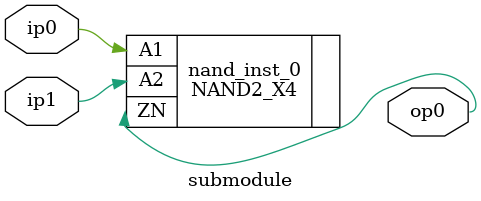
<source format=v>
module hi_fanout (clk1,
    data,
    output0,
    output1,
    output2,
    output3,
    output4,
    output5,
    output6,
    output7,
    output8,
    output9,
    output10,
    output11,
    output12,
    output13,
    output14,
    output15,
    output16,
    output17,
    output18,
    output19,
    output20,
    output21,
    output22,
    output23,
    output24,
    output25,
    output26,
    output27,
    output28,
    output29,
    output30,
    output31,
    output32,
    output33,
    output34,
    output35,
    output36,
    output37,
    output38,
    output39,
    output40,
    output41,
    output42,
    output43,
    output44,
    output45,
    output46,
    output47,
    output48,
    output49,
    output50,
    output51,
    output52,
    output53,
    output54,
    output55,
    output56,
    output57,
    output58,
    output59,
    output60,
    output61,
    output62,
    output63,
    output64,
    output65,
    output66,
    output67,
    output68,
    output69,
    output70,
    output71,
    output72,
    output73,
    output74,
    output75,
    output76,
    output77,
    output78,
    output79,
    output80,
    output81,
    output82,
    output83,
    output84,
    output85,
    output86,
    output87,
    output88,
    output89,
    output90,
    output91,
    output92,
    output93,
    output94,
    output95,
    output96,
    output97,
    output98,
    output99,
    output100,
    output101,
    output102,
    output103,
    output104,
    output105,
    output106,
    output107,
    output108,
    output109,
    output110,
    output111,
    output112,
    output113,
    output114,
    output115,
    output116,
    output117,
    output118,
    output119,
    output120,
    output121,
    output122,
    output123,
    output124,
    output125,
    output126,
    output127,
    output128,
    output129,
    output130,
    output131,
    output132,
    output133,
    output134,
    output135,
    output136,
    output137,
    output138,
    output139,
    output140,
    output141,
    output142,
    output143,
    output144,
    output145,
    output146,
    output147,
    output148,
    output149);
 input clk1;
 input data;
 output output0;
 output output1;
 output output2;
 output output3;
 output output4;
 output output5;
 output output6;
 output output7;
 output output8;
 output output9;
 output output10;
 output output11;
 output output12;
 output output13;
 output output14;
 output output15;
 output output16;
 output output17;
 output output18;
 output output19;
 output output20;
 output output21;
 output output22;
 output output23;
 output output24;
 output output25;
 output output26;
 output output27;
 output output28;
 output output29;
 output output30;
 output output31;
 output output32;
 output output33;
 output output34;
 output output35;
 output output36;
 output output37;
 output output38;
 output output39;
 output output40;
 output output41;
 output output42;
 output output43;
 output output44;
 output output45;
 output output46;
 output output47;
 output output48;
 output output49;
 output output50;
 output output51;
 output output52;
 output output53;
 output output54;
 output output55;
 output output56;
 output output57;
 output output58;
 output output59;
 output output60;
 output output61;
 output output62;
 output output63;
 output output64;
 output output65;
 output output66;
 output output67;
 output output68;
 output output69;
 output output70;
 output output71;
 output output72;
 output output73;
 output output74;
 output output75;
 output output76;
 output output77;
 output output78;
 output output79;
 output output80;
 output output81;
 output output82;
 output output83;
 output output84;
 output output85;
 output output86;
 output output87;
 output output88;
 output output89;
 output output90;
 output output91;
 output output92;
 output output93;
 output output94;
 output output95;
 output output96;
 output output97;
 output output98;
 output output99;
 output output100;
 output output101;
 output output102;
 output output103;
 output output104;
 output output105;
 output output106;
 output output107;
 output output108;
 output output109;
 output output110;
 output output111;
 output output112;
 output output113;
 output output114;
 output output115;
 output output116;
 output output117;
 output output118;
 output output119;
 output output120;
 output output121;
 output output122;
 output output123;
 output output124;
 output output125;
 output output126;
 output output127;
 output output128;
 output output129;
 output output130;
 output output131;
 output output132;
 output output133;
 output output134;
 output output135;
 output output136;
 output output137;
 output output138;
 output output139;
 output output140;
 output output141;
 output output142;
 output output143;
 output output144;
 output output145;
 output output146;
 output output147;
 output output148;
 output output149;

 wire clk_to_nand0;
 wire clk_to_nand1;
 wire net0;

 DFF_X1 drvr_1 (.D(data),
    .CK(clk1),
    .Q(clk_to_nand0));
 DFF_X1 drvr_2 (.D(data),
    .CK(clk1),
    .Q(clk_to_nand1));

   submodule cloneU1 (.ip0(clk_to_nand0),
		      .ip1(clk_to_nand1),
		      .op0(net0));
   

 DFF_X1 load0 (.D(net0),
    .CK(clk1),
    .Q(output0));
 DFF_X1 load1 (.D(net0),
    .CK(clk1),
    .Q(output1));
 DFF_X1 load2 (.D(net0),
    .CK(clk1),
    .Q(output2));
 DFF_X1 load3 (.D(net0),
    .CK(clk1),
    .Q(output3));
 DFF_X1 load4 (.D(net0),
    .CK(clk1),
    .Q(output4));
 DFF_X1 load5 (.D(net0),
    .CK(clk1),
    .Q(output5));
 DFF_X1 load6 (.D(net0),
    .CK(clk1),
    .Q(output6));
 DFF_X1 load7 (.D(net0),
    .CK(clk1),
    .Q(output7));
 DFF_X1 load8 (.D(net0),
    .CK(clk1),
    .Q(output8));
 DFF_X1 load9 (.D(net0),
    .CK(clk1),
    .Q(output9));
 DFF_X1 load10 (.D(net0),
    .CK(clk1),
    .Q(output10));
 DFF_X1 load11 (.D(net0),
    .CK(clk1),
    .Q(output11));
 DFF_X1 load12 (.D(net0),
    .CK(clk1),
    .Q(output12));
 DFF_X1 load13 (.D(net0),
    .CK(clk1),
    .Q(output13));
 DFF_X1 load14 (.D(net0),
    .CK(clk1),
    .Q(output14));
 DFF_X1 load15 (.D(net0),
    .CK(clk1),
    .Q(output15));
 DFF_X1 load16 (.D(net0),
    .CK(clk1),
    .Q(output16));
 DFF_X1 load17 (.D(net0),
    .CK(clk1),
    .Q(output17));
 DFF_X1 load18 (.D(net0),
    .CK(clk1),
    .Q(output18));
 DFF_X1 load19 (.D(net0),
    .CK(clk1),
    .Q(output19));
 DFF_X1 load20 (.D(net0),
    .CK(clk1),
    .Q(output20));
 DFF_X1 load21 (.D(net0),
    .CK(clk1),
    .Q(output21));
 DFF_X1 load22 (.D(net0),
    .CK(clk1),
    .Q(output22));
 DFF_X1 load23 (.D(net0),
    .CK(clk1),
    .Q(output23));
 DFF_X1 load24 (.D(net0),
    .CK(clk1),
    .Q(output24));
 DFF_X1 load25 (.D(net0),
    .CK(clk1),
    .Q(output25));
 DFF_X1 load26 (.D(net0),
    .CK(clk1),
    .Q(output26));
 DFF_X1 load27 (.D(net0),
    .CK(clk1),
    .Q(output27));
 DFF_X1 load28 (.D(net0),
    .CK(clk1),
    .Q(output28));
 DFF_X1 load29 (.D(net0),
    .CK(clk1),
    .Q(output29));
 DFF_X1 load30 (.D(net0),
    .CK(clk1),
    .Q(output30));
 DFF_X1 load31 (.D(net0),
    .CK(clk1),
    .Q(output31));
 DFF_X1 load32 (.D(net0),
    .CK(clk1),
    .Q(output32));
 DFF_X1 load33 (.D(net0),
    .CK(clk1),
    .Q(output33));
 DFF_X1 load34 (.D(net0),
    .CK(clk1),
    .Q(output34));
 DFF_X1 load35 (.D(net0),
    .CK(clk1),
    .Q(output35));
 DFF_X1 load36 (.D(net0),
    .CK(clk1),
    .Q(output36));
 DFF_X1 load37 (.D(net0),
    .CK(clk1),
    .Q(output37));
 DFF_X1 load38 (.D(net0),
    .CK(clk1),
    .Q(output38));
 DFF_X1 load39 (.D(net0),
    .CK(clk1),
    .Q(output39));
 DFF_X1 load40 (.D(net0),
    .CK(clk1),
    .Q(output40));
 DFF_X1 load41 (.D(net0),
    .CK(clk1),
    .Q(output41));
 DFF_X1 load42 (.D(net0),
    .CK(clk1),
    .Q(output42));
 DFF_X1 load43 (.D(net0),
    .CK(clk1),
    .Q(output43));
 DFF_X1 load44 (.D(net0),
    .CK(clk1),
    .Q(output44));
 DFF_X1 load45 (.D(net0),
    .CK(clk1),
    .Q(output45));
 DFF_X1 load46 (.D(net0),
    .CK(clk1),
    .Q(output46));
 DFF_X1 load47 (.D(net0),
    .CK(clk1),
    .Q(output47));
 DFF_X1 load48 (.D(net0),
    .CK(clk1),
    .Q(output48));
 DFF_X1 load49 (.D(net0),
    .CK(clk1),
    .Q(output49));
 DFF_X1 load50 (.D(net0),
    .CK(clk1),
    .Q(output50));
 DFF_X1 load51 (.D(net0),
    .CK(clk1),
    .Q(output51));
 DFF_X1 load52 (.D(net0),
    .CK(clk1),
    .Q(output52));
 DFF_X1 load53 (.D(net0),
    .CK(clk1),
    .Q(output53));
 DFF_X1 load54 (.D(net0),
    .CK(clk1),
    .Q(output54));
 DFF_X1 load55 (.D(net0),
    .CK(clk1),
    .Q(output55));
 DFF_X1 load56 (.D(net0),
    .CK(clk1),
    .Q(output56));
 DFF_X1 load57 (.D(net0),
    .CK(clk1),
    .Q(output57));
 DFF_X1 load58 (.D(net0),
    .CK(clk1),
    .Q(output58));
 DFF_X1 load59 (.D(net0),
    .CK(clk1),
    .Q(output59));
 DFF_X1 load60 (.D(net0),
    .CK(clk1),
    .Q(output60));
 DFF_X1 load61 (.D(net0),
    .CK(clk1),
    .Q(output61));
 DFF_X1 load62 (.D(net0),
    .CK(clk1),
    .Q(output62));
 DFF_X1 load63 (.D(net0),
    .CK(clk1),
    .Q(output63));
 DFF_X1 load64 (.D(net0),
    .CK(clk1),
    .Q(output64));
 DFF_X1 load65 (.D(net0),
    .CK(clk1),
    .Q(output65));
 DFF_X1 load66 (.D(net0),
    .CK(clk1),
    .Q(output66));
 DFF_X1 load67 (.D(net0),
    .CK(clk1),
    .Q(output67));
 DFF_X1 load68 (.D(net0),
    .CK(clk1),
    .Q(output68));
 DFF_X1 load69 (.D(net0),
    .CK(clk1),
    .Q(output69));
 DFF_X1 load70 (.D(net0),
    .CK(clk1),
    .Q(output70));
 DFF_X1 load71 (.D(net0),
    .CK(clk1),
    .Q(output71));
 DFF_X1 load72 (.D(net0),
    .CK(clk1),
    .Q(output72));
 DFF_X1 load73 (.D(net0),
    .CK(clk1),
    .Q(output73));
 DFF_X1 load74 (.D(net0),
    .CK(clk1),
    .Q(output74));
 DFF_X1 load75 (.D(net0),
    .CK(clk1),
    .Q(output75));
 DFF_X1 load76 (.D(net0),
    .CK(clk1),
    .Q(output76));
 DFF_X1 load77 (.D(net0),
    .CK(clk1),
    .Q(output77));
 DFF_X1 load78 (.D(net0),
    .CK(clk1),
    .Q(output78));
 DFF_X1 load79 (.D(net0),
    .CK(clk1),
    .Q(output79));
 DFF_X1 load80 (.D(net0),
    .CK(clk1),
    .Q(output80));
 DFF_X1 load81 (.D(net0),
    .CK(clk1),
    .Q(output81));
 DFF_X1 load82 (.D(net0),
    .CK(clk1),
    .Q(output82));
 DFF_X1 load83 (.D(net0),
    .CK(clk1),
    .Q(output83));
 DFF_X1 load84 (.D(net0),
    .CK(clk1),
    .Q(output84));
 DFF_X1 load85 (.D(net0),
    .CK(clk1),
    .Q(output85));
 DFF_X1 load86 (.D(net0),
    .CK(clk1),
    .Q(output86));
 DFF_X1 load87 (.D(net0),
    .CK(clk1),
    .Q(output87));
 DFF_X1 load88 (.D(net0),
    .CK(clk1),
    .Q(output88));
 DFF_X1 load89 (.D(net0),
    .CK(clk1),
    .Q(output89));
 DFF_X1 load90 (.D(net0),
    .CK(clk1),
    .Q(output90));
 DFF_X1 load91 (.D(net0),
    .CK(clk1),
    .Q(output91));
 DFF_X1 load92 (.D(net0),
    .CK(clk1),
    .Q(output92));
 DFF_X1 load93 (.D(net0),
    .CK(clk1),
    .Q(output93));
 DFF_X1 load94 (.D(net0),
    .CK(clk1),
    .Q(output94));
 DFF_X1 load95 (.D(net0),
    .CK(clk1),
    .Q(output95));
 DFF_X1 load96 (.D(net0),
    .CK(clk1),
    .Q(output96));
 DFF_X1 load97 (.D(net0),
    .CK(clk1),
    .Q(output97));
 DFF_X1 load98 (.D(net0),
    .CK(clk1),
    .Q(output98));
 DFF_X1 load99 (.D(net0),
    .CK(clk1),
    .Q(output99));
 DFF_X1 load100 (.D(net0),
    .CK(clk1),
    .Q(output100));
 DFF_X1 load101 (.D(net0),
    .CK(clk1),
    .Q(output101));
 DFF_X1 load102 (.D(net0),
    .CK(clk1),
    .Q(output102));
 DFF_X1 load103 (.D(net0),
    .CK(clk1),
    .Q(output103));
 DFF_X1 load104 (.D(net0),
    .CK(clk1),
    .Q(output104));
 DFF_X1 load105 (.D(net0),
    .CK(clk1),
    .Q(output105));
 DFF_X1 load106 (.D(net0),
    .CK(clk1),
    .Q(output106));
 DFF_X1 load107 (.D(net0),
    .CK(clk1),
    .Q(output107));
 DFF_X1 load108 (.D(net0),
    .CK(clk1),
    .Q(output108));
 DFF_X1 load109 (.D(net0),
    .CK(clk1),
    .Q(output109));
 DFF_X1 load110 (.D(net0),
    .CK(clk1),
    .Q(output110));
 DFF_X1 load111 (.D(net0),
    .CK(clk1),
    .Q(output111));
 DFF_X1 load112 (.D(net0),
    .CK(clk1),
    .Q(output112));
 DFF_X1 load113 (.D(net0),
    .CK(clk1),
    .Q(output113));
 DFF_X1 load114 (.D(net0),
    .CK(clk1),
    .Q(output114));
 DFF_X1 load115 (.D(net0),
    .CK(clk1),
    .Q(output115));
 DFF_X1 load116 (.D(net0),
    .CK(clk1),
    .Q(output116));
 DFF_X1 load117 (.D(net0),
    .CK(clk1),
    .Q(output117));
 DFF_X1 load118 (.D(net0),
    .CK(clk1),
    .Q(output118));
 DFF_X1 load119 (.D(net0),
    .CK(clk1),
    .Q(output119));
 DFF_X1 load120 (.D(net0),
    .CK(clk1),
    .Q(output120));
 DFF_X1 load121 (.D(net0),
    .CK(clk1),
    .Q(output121));
 DFF_X1 load122 (.D(net0),
    .CK(clk1),
    .Q(output122));
 DFF_X1 load123 (.D(net0),
    .CK(clk1),
    .Q(output123));
 DFF_X1 load124 (.D(net0),
    .CK(clk1),
    .Q(output124));
 DFF_X1 load125 (.D(net0),
    .CK(clk1),
    .Q(output125));
 DFF_X1 load126 (.D(net0),
    .CK(clk1),
    .Q(output126));
 DFF_X1 load127 (.D(net0),
    .CK(clk1),
    .Q(output127));
 DFF_X1 load128 (.D(net0),
    .CK(clk1),
    .Q(output128));
 DFF_X1 load129 (.D(net0),
    .CK(clk1),
    .Q(output129));
 DFF_X1 load130 (.D(net0),
    .CK(clk1),
    .Q(output130));
 DFF_X1 load131 (.D(net0),
    .CK(clk1),
    .Q(output131));
 DFF_X1 load132 (.D(net0),
    .CK(clk1),
    .Q(output132));
 DFF_X1 load133 (.D(net0),
    .CK(clk1),
    .Q(output133));
 DFF_X1 load134 (.D(net0),
    .CK(clk1),
    .Q(output134));
 DFF_X1 load135 (.D(net0),
    .CK(clk1),
    .Q(output135));
 DFF_X1 load136 (.D(net0),
    .CK(clk1),
    .Q(output136));
 DFF_X1 load137 (.D(net0),
    .CK(clk1),
    .Q(output137));
 DFF_X1 load138 (.D(net0),
    .CK(clk1),
    .Q(output138));
 DFF_X1 load139 (.D(net0),
    .CK(clk1),
    .Q(output139));
 DFF_X1 load140 (.D(net0),
    .CK(clk1),
    .Q(output140));
 DFF_X1 load141 (.D(net0),
    .CK(clk1),
    .Q(output141));
 DFF_X1 load142 (.D(net0),
    .CK(clk1),
    .Q(output142));
 DFF_X1 load143 (.D(net0),
    .CK(clk1),
    .Q(output143));
 DFF_X1 load144 (.D(net0),
    .CK(clk1),
    .Q(output144));
 DFF_X1 load145 (.D(net0),
    .CK(clk1),
    .Q(output145));
 DFF_X1 load146 (.D(net0),
    .CK(clk1),
    .Q(output146));
 DFF_X1 load147 (.D(net0),
    .CK(clk1),
    .Q(output147));
 DFF_X1 load148 (.D(net0),
    .CK(clk1),
    .Q(output148));
 DFF_X1 load149 (.D(net0),
    .CK(clk1),
    .Q(output149));
endmodule


module submodule(ip0,
	       ip1,
	       op0
	       );
   input ip0;
   input ip1;
   output op0;
   
   
 NAND2_X4 nand_inst_0 (.A1(ip0),
		       .A2(ip1),
		       .ZN(op0));
endmodule // cloneU1

</source>
